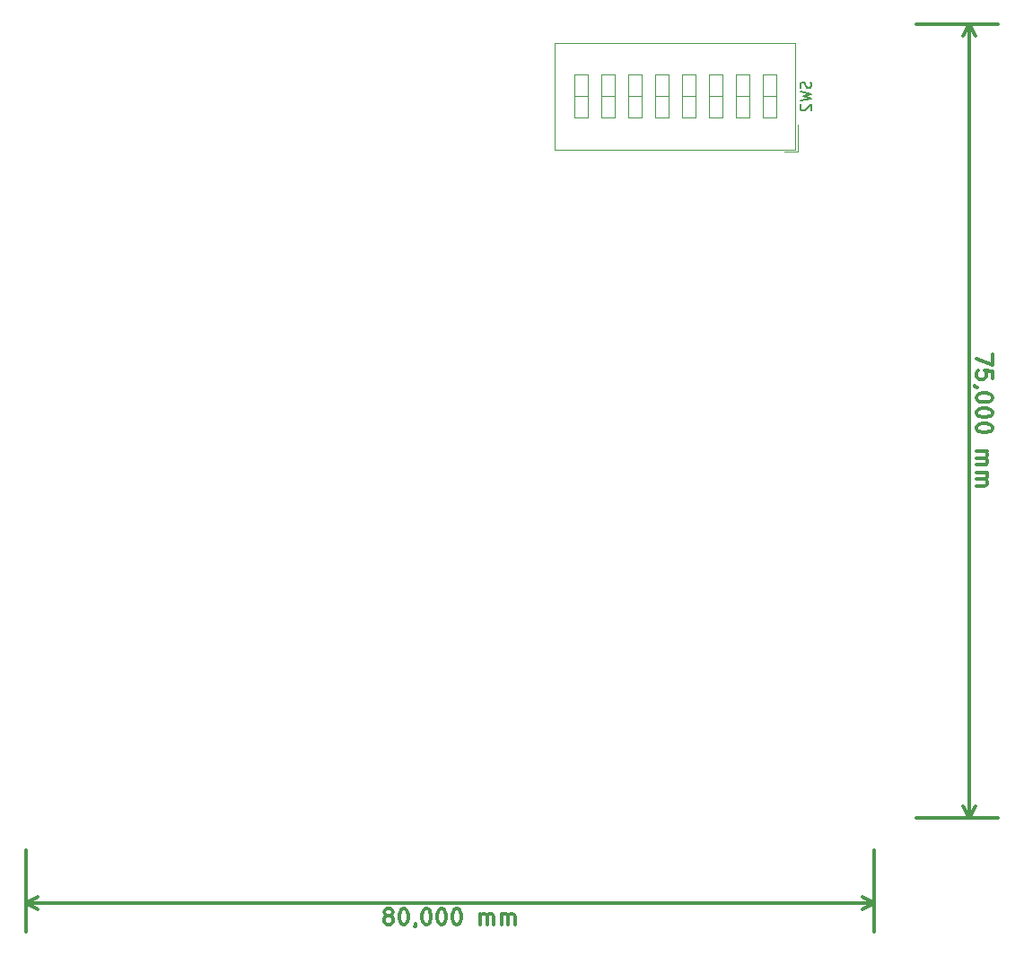
<source format=gbr>
G04 #@! TF.FileFunction,Legend,Bot*
%FSLAX46Y46*%
G04 Gerber Fmt 4.6, Leading zero omitted, Abs format (unit mm)*
G04 Created by KiCad (PCBNEW 4.0.7-e2-6376~58~ubuntu16.04.1) date Wed Jun 27 11:01:06 2018*
%MOMM*%
%LPD*%
G01*
G04 APERTURE LIST*
%ADD10C,0.100000*%
%ADD11C,0.300000*%
%ADD12C,0.120000*%
%ADD13C,0.150000*%
G04 APERTURE END LIST*
D10*
D11*
X267171429Y-93214287D02*
X267171429Y-94214287D01*
X265671429Y-93571430D01*
X267171429Y-95500001D02*
X267171429Y-94785715D01*
X266457143Y-94714286D01*
X266528571Y-94785715D01*
X266600000Y-94928572D01*
X266600000Y-95285715D01*
X266528571Y-95428572D01*
X266457143Y-95500001D01*
X266314286Y-95571429D01*
X265957143Y-95571429D01*
X265814286Y-95500001D01*
X265742857Y-95428572D01*
X265671429Y-95285715D01*
X265671429Y-94928572D01*
X265742857Y-94785715D01*
X265814286Y-94714286D01*
X265742857Y-96285714D02*
X265671429Y-96285714D01*
X265528571Y-96214286D01*
X265457143Y-96142857D01*
X267171429Y-97214286D02*
X267171429Y-97357143D01*
X267100000Y-97500000D01*
X267028571Y-97571429D01*
X266885714Y-97642858D01*
X266600000Y-97714286D01*
X266242857Y-97714286D01*
X265957143Y-97642858D01*
X265814286Y-97571429D01*
X265742857Y-97500000D01*
X265671429Y-97357143D01*
X265671429Y-97214286D01*
X265742857Y-97071429D01*
X265814286Y-97000000D01*
X265957143Y-96928572D01*
X266242857Y-96857143D01*
X266600000Y-96857143D01*
X266885714Y-96928572D01*
X267028571Y-97000000D01*
X267100000Y-97071429D01*
X267171429Y-97214286D01*
X267171429Y-98642857D02*
X267171429Y-98785714D01*
X267100000Y-98928571D01*
X267028571Y-99000000D01*
X266885714Y-99071429D01*
X266600000Y-99142857D01*
X266242857Y-99142857D01*
X265957143Y-99071429D01*
X265814286Y-99000000D01*
X265742857Y-98928571D01*
X265671429Y-98785714D01*
X265671429Y-98642857D01*
X265742857Y-98500000D01*
X265814286Y-98428571D01*
X265957143Y-98357143D01*
X266242857Y-98285714D01*
X266600000Y-98285714D01*
X266885714Y-98357143D01*
X267028571Y-98428571D01*
X267100000Y-98500000D01*
X267171429Y-98642857D01*
X267171429Y-100071428D02*
X267171429Y-100214285D01*
X267100000Y-100357142D01*
X267028571Y-100428571D01*
X266885714Y-100500000D01*
X266600000Y-100571428D01*
X266242857Y-100571428D01*
X265957143Y-100500000D01*
X265814286Y-100428571D01*
X265742857Y-100357142D01*
X265671429Y-100214285D01*
X265671429Y-100071428D01*
X265742857Y-99928571D01*
X265814286Y-99857142D01*
X265957143Y-99785714D01*
X266242857Y-99714285D01*
X266600000Y-99714285D01*
X266885714Y-99785714D01*
X267028571Y-99857142D01*
X267100000Y-99928571D01*
X267171429Y-100071428D01*
X265671429Y-102357142D02*
X266671429Y-102357142D01*
X266528571Y-102357142D02*
X266600000Y-102428570D01*
X266671429Y-102571428D01*
X266671429Y-102785713D01*
X266600000Y-102928570D01*
X266457143Y-102999999D01*
X265671429Y-102999999D01*
X266457143Y-102999999D02*
X266600000Y-103071428D01*
X266671429Y-103214285D01*
X266671429Y-103428570D01*
X266600000Y-103571428D01*
X266457143Y-103642856D01*
X265671429Y-103642856D01*
X265671429Y-104357142D02*
X266671429Y-104357142D01*
X266528571Y-104357142D02*
X266600000Y-104428570D01*
X266671429Y-104571428D01*
X266671429Y-104785713D01*
X266600000Y-104928570D01*
X266457143Y-104999999D01*
X265671429Y-104999999D01*
X266457143Y-104999999D02*
X266600000Y-105071428D01*
X266671429Y-105214285D01*
X266671429Y-105428570D01*
X266600000Y-105571428D01*
X266457143Y-105642856D01*
X265671429Y-105642856D01*
X265000000Y-62000000D02*
X265000000Y-137000000D01*
X260000000Y-62000000D02*
X267700000Y-62000000D01*
X260000000Y-137000000D02*
X267700000Y-137000000D01*
X265000000Y-137000000D02*
X264413579Y-135873496D01*
X265000000Y-137000000D02*
X265586421Y-135873496D01*
X265000000Y-62000000D02*
X264413579Y-63126504D01*
X265000000Y-62000000D02*
X265586421Y-63126504D01*
X210071430Y-146171429D02*
X209928572Y-146100000D01*
X209857144Y-146028571D01*
X209785715Y-145885714D01*
X209785715Y-145814286D01*
X209857144Y-145671429D01*
X209928572Y-145600000D01*
X210071430Y-145528571D01*
X210357144Y-145528571D01*
X210500001Y-145600000D01*
X210571430Y-145671429D01*
X210642858Y-145814286D01*
X210642858Y-145885714D01*
X210571430Y-146028571D01*
X210500001Y-146100000D01*
X210357144Y-146171429D01*
X210071430Y-146171429D01*
X209928572Y-146242857D01*
X209857144Y-146314286D01*
X209785715Y-146457143D01*
X209785715Y-146742857D01*
X209857144Y-146885714D01*
X209928572Y-146957143D01*
X210071430Y-147028571D01*
X210357144Y-147028571D01*
X210500001Y-146957143D01*
X210571430Y-146885714D01*
X210642858Y-146742857D01*
X210642858Y-146457143D01*
X210571430Y-146314286D01*
X210500001Y-146242857D01*
X210357144Y-146171429D01*
X211571429Y-145528571D02*
X211714286Y-145528571D01*
X211857143Y-145600000D01*
X211928572Y-145671429D01*
X212000001Y-145814286D01*
X212071429Y-146100000D01*
X212071429Y-146457143D01*
X212000001Y-146742857D01*
X211928572Y-146885714D01*
X211857143Y-146957143D01*
X211714286Y-147028571D01*
X211571429Y-147028571D01*
X211428572Y-146957143D01*
X211357143Y-146885714D01*
X211285715Y-146742857D01*
X211214286Y-146457143D01*
X211214286Y-146100000D01*
X211285715Y-145814286D01*
X211357143Y-145671429D01*
X211428572Y-145600000D01*
X211571429Y-145528571D01*
X212785714Y-146957143D02*
X212785714Y-147028571D01*
X212714286Y-147171429D01*
X212642857Y-147242857D01*
X213714286Y-145528571D02*
X213857143Y-145528571D01*
X214000000Y-145600000D01*
X214071429Y-145671429D01*
X214142858Y-145814286D01*
X214214286Y-146100000D01*
X214214286Y-146457143D01*
X214142858Y-146742857D01*
X214071429Y-146885714D01*
X214000000Y-146957143D01*
X213857143Y-147028571D01*
X213714286Y-147028571D01*
X213571429Y-146957143D01*
X213500000Y-146885714D01*
X213428572Y-146742857D01*
X213357143Y-146457143D01*
X213357143Y-146100000D01*
X213428572Y-145814286D01*
X213500000Y-145671429D01*
X213571429Y-145600000D01*
X213714286Y-145528571D01*
X215142857Y-145528571D02*
X215285714Y-145528571D01*
X215428571Y-145600000D01*
X215500000Y-145671429D01*
X215571429Y-145814286D01*
X215642857Y-146100000D01*
X215642857Y-146457143D01*
X215571429Y-146742857D01*
X215500000Y-146885714D01*
X215428571Y-146957143D01*
X215285714Y-147028571D01*
X215142857Y-147028571D01*
X215000000Y-146957143D01*
X214928571Y-146885714D01*
X214857143Y-146742857D01*
X214785714Y-146457143D01*
X214785714Y-146100000D01*
X214857143Y-145814286D01*
X214928571Y-145671429D01*
X215000000Y-145600000D01*
X215142857Y-145528571D01*
X216571428Y-145528571D02*
X216714285Y-145528571D01*
X216857142Y-145600000D01*
X216928571Y-145671429D01*
X217000000Y-145814286D01*
X217071428Y-146100000D01*
X217071428Y-146457143D01*
X217000000Y-146742857D01*
X216928571Y-146885714D01*
X216857142Y-146957143D01*
X216714285Y-147028571D01*
X216571428Y-147028571D01*
X216428571Y-146957143D01*
X216357142Y-146885714D01*
X216285714Y-146742857D01*
X216214285Y-146457143D01*
X216214285Y-146100000D01*
X216285714Y-145814286D01*
X216357142Y-145671429D01*
X216428571Y-145600000D01*
X216571428Y-145528571D01*
X218857142Y-147028571D02*
X218857142Y-146028571D01*
X218857142Y-146171429D02*
X218928570Y-146100000D01*
X219071428Y-146028571D01*
X219285713Y-146028571D01*
X219428570Y-146100000D01*
X219499999Y-146242857D01*
X219499999Y-147028571D01*
X219499999Y-146242857D02*
X219571428Y-146100000D01*
X219714285Y-146028571D01*
X219928570Y-146028571D01*
X220071428Y-146100000D01*
X220142856Y-146242857D01*
X220142856Y-147028571D01*
X220857142Y-147028571D02*
X220857142Y-146028571D01*
X220857142Y-146171429D02*
X220928570Y-146100000D01*
X221071428Y-146028571D01*
X221285713Y-146028571D01*
X221428570Y-146100000D01*
X221499999Y-146242857D01*
X221499999Y-147028571D01*
X221499999Y-146242857D02*
X221571428Y-146100000D01*
X221714285Y-146028571D01*
X221928570Y-146028571D01*
X222071428Y-146100000D01*
X222142856Y-146242857D01*
X222142856Y-147028571D01*
X176000000Y-145000000D02*
X256000000Y-145000000D01*
X176000000Y-140000000D02*
X176000000Y-147700000D01*
X256000000Y-140000000D02*
X256000000Y-147700000D01*
X256000000Y-145000000D02*
X254873496Y-145586421D01*
X256000000Y-145000000D02*
X254873496Y-144413579D01*
X176000000Y-145000000D02*
X177126504Y-145586421D01*
X176000000Y-145000000D02*
X177126504Y-144413579D01*
D12*
X248806000Y-74044000D02*
X247536000Y-74044000D01*
X248806000Y-74044000D02*
X248806000Y-71504000D01*
X248606000Y-73844000D02*
X248606000Y-63824000D01*
X248606000Y-63824000D02*
X225866000Y-63824000D01*
X225866000Y-63824000D02*
X225866000Y-73844000D01*
X225866000Y-73844000D02*
X248606000Y-73844000D01*
X246761000Y-70864000D02*
X245491000Y-70864000D01*
X245491000Y-70864000D02*
X245491000Y-66804000D01*
X245491000Y-66804000D02*
X246761000Y-66804000D01*
X246761000Y-66804000D02*
X246761000Y-70864000D01*
X246761000Y-68834000D02*
X245491000Y-68834000D01*
X244221000Y-70864000D02*
X242951000Y-70864000D01*
X242951000Y-70864000D02*
X242951000Y-66804000D01*
X242951000Y-66804000D02*
X244221000Y-66804000D01*
X244221000Y-66804000D02*
X244221000Y-70864000D01*
X244221000Y-68834000D02*
X242951000Y-68834000D01*
X241681000Y-70864000D02*
X240411000Y-70864000D01*
X240411000Y-70864000D02*
X240411000Y-66804000D01*
X240411000Y-66804000D02*
X241681000Y-66804000D01*
X241681000Y-66804000D02*
X241681000Y-70864000D01*
X241681000Y-68834000D02*
X240411000Y-68834000D01*
X239141000Y-70864000D02*
X237871000Y-70864000D01*
X237871000Y-70864000D02*
X237871000Y-66804000D01*
X237871000Y-66804000D02*
X239141000Y-66804000D01*
X239141000Y-66804000D02*
X239141000Y-70864000D01*
X239141000Y-68834000D02*
X237871000Y-68834000D01*
X236601000Y-70864000D02*
X235331000Y-70864000D01*
X235331000Y-70864000D02*
X235331000Y-66804000D01*
X235331000Y-66804000D02*
X236601000Y-66804000D01*
X236601000Y-66804000D02*
X236601000Y-70864000D01*
X236601000Y-68834000D02*
X235331000Y-68834000D01*
X234061000Y-70864000D02*
X232791000Y-70864000D01*
X232791000Y-70864000D02*
X232791000Y-66804000D01*
X232791000Y-66804000D02*
X234061000Y-66804000D01*
X234061000Y-66804000D02*
X234061000Y-70864000D01*
X234061000Y-68834000D02*
X232791000Y-68834000D01*
X231521000Y-70864000D02*
X230251000Y-70864000D01*
X230251000Y-70864000D02*
X230251000Y-66804000D01*
X230251000Y-66804000D02*
X231521000Y-66804000D01*
X231521000Y-66804000D02*
X231521000Y-70864000D01*
X231521000Y-68834000D02*
X230251000Y-68834000D01*
X228981000Y-70864000D02*
X227711000Y-70864000D01*
X227711000Y-70864000D02*
X227711000Y-66804000D01*
X227711000Y-66804000D02*
X228981000Y-66804000D01*
X228981000Y-66804000D02*
X228981000Y-70864000D01*
X228981000Y-68834000D02*
X227711000Y-68834000D01*
D13*
X250010762Y-67500667D02*
X250058381Y-67643524D01*
X250058381Y-67881620D01*
X250010762Y-67976858D01*
X249963143Y-68024477D01*
X249867905Y-68072096D01*
X249772667Y-68072096D01*
X249677429Y-68024477D01*
X249629810Y-67976858D01*
X249582190Y-67881620D01*
X249534571Y-67691143D01*
X249486952Y-67595905D01*
X249439333Y-67548286D01*
X249344095Y-67500667D01*
X249248857Y-67500667D01*
X249153619Y-67548286D01*
X249106000Y-67595905D01*
X249058381Y-67691143D01*
X249058381Y-67929239D01*
X249106000Y-68072096D01*
X249058381Y-68405429D02*
X250058381Y-68643524D01*
X249344095Y-68834001D01*
X250058381Y-69024477D01*
X249058381Y-69262572D01*
X249153619Y-69595905D02*
X249106000Y-69643524D01*
X249058381Y-69738762D01*
X249058381Y-69976858D01*
X249106000Y-70072096D01*
X249153619Y-70119715D01*
X249248857Y-70167334D01*
X249344095Y-70167334D01*
X249486952Y-70119715D01*
X250058381Y-69548286D01*
X250058381Y-70167334D01*
M02*

</source>
